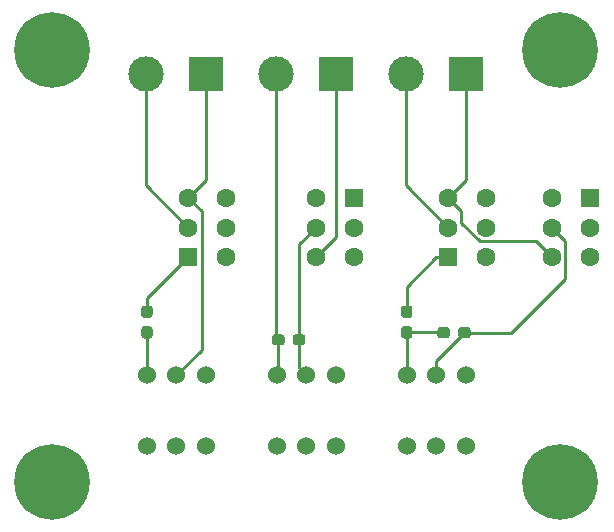
<source format=gbr>
%TF.GenerationSoftware,KiCad,Pcbnew,(5.1.6-0-10_14)*%
%TF.CreationDate,2022-03-19T18:54:14+01:00*%
%TF.ProjectId,EOL,454f4c2e-6b69-4636-9164-5f7063625858,rev?*%
%TF.SameCoordinates,Original*%
%TF.FileFunction,Copper,L1,Top*%
%TF.FilePolarity,Positive*%
%FSLAX46Y46*%
G04 Gerber Fmt 4.6, Leading zero omitted, Abs format (unit mm)*
G04 Created by KiCad (PCBNEW (5.1.6-0-10_14)) date 2022-03-19 18:54:14*
%MOMM*%
%LPD*%
G01*
G04 APERTURE LIST*
%TA.AperFunction,ComponentPad*%
%ADD10C,1.524000*%
%TD*%
%TA.AperFunction,ComponentPad*%
%ADD11C,1.600000*%
%TD*%
%TA.AperFunction,ComponentPad*%
%ADD12R,1.600000X1.600000*%
%TD*%
%TA.AperFunction,ComponentPad*%
%ADD13C,3.000000*%
%TD*%
%TA.AperFunction,ComponentPad*%
%ADD14R,3.000000X3.000000*%
%TD*%
%TA.AperFunction,ComponentPad*%
%ADD15C,0.800000*%
%TD*%
%TA.AperFunction,ComponentPad*%
%ADD16C,6.400000*%
%TD*%
%TA.AperFunction,Conductor*%
%ADD17C,0.250000*%
%TD*%
G04 APERTURE END LIST*
D10*
%TO.P,SW7,6*%
%TO.N,Net-(SW7-Pad6)*%
X28500000Y-50000000D03*
%TO.P,SW7,5*%
%TO.N,Net-(SW7-Pad5)*%
X31000000Y-50000000D03*
%TO.P,SW7,4*%
%TO.N,Net-(SW7-Pad4)*%
X26000000Y-50000000D03*
%TO.P,SW7,1*%
%TO.N,Net-(SW7-Pad1)*%
X31000000Y-44000000D03*
%TO.P,SW7,3*%
%TO.N,IN1*%
X28500000Y-44000000D03*
%TO.P,SW7,2*%
%TO.N,Net-(R3-Pad1)*%
X26000000Y-44000000D03*
%TD*%
D11*
%TO.P,SW3,6*%
%TO.N,Net-(SW3-Pad6)*%
X32700000Y-29000000D03*
%TO.P,SW3,5*%
%TO.N,Net-(SW3-Pad5)*%
X32700000Y-31500000D03*
%TO.P,SW3,4*%
%TO.N,Net-(SW3-Pad4)*%
X32700000Y-34000000D03*
%TO.P,SW3,3*%
%TO.N,IN1*%
X29500000Y-29000000D03*
%TO.P,SW3,2*%
%TO.N,Net-(J1-Pad2)*%
X29500000Y-31500000D03*
D12*
%TO.P,SW3,1*%
%TO.N,Net-(R3-Pad2)*%
X29500000Y-34000000D03*
%TD*%
D10*
%TO.P,SW6,6*%
%TO.N,Net-(SW6-Pad6)*%
X50500000Y-50000000D03*
%TO.P,SW6,5*%
%TO.N,Net-(SW6-Pad5)*%
X53000000Y-50000000D03*
%TO.P,SW6,4*%
%TO.N,Net-(SW6-Pad4)*%
X48000000Y-50000000D03*
%TO.P,SW6,1*%
%TO.N,Net-(SW6-Pad1)*%
X53000000Y-44000000D03*
%TO.P,SW6,3*%
%TO.N,Net-(R4-Pad1)*%
X50500000Y-44000000D03*
%TO.P,SW6,2*%
%TO.N,Net-(R2-Pad1)*%
X48000000Y-44000000D03*
%TD*%
%TO.P,SW5,6*%
%TO.N,Net-(SW5-Pad6)*%
X39500000Y-50000000D03*
%TO.P,SW5,5*%
%TO.N,Net-(SW5-Pad5)*%
X42000000Y-50000000D03*
%TO.P,SW5,4*%
%TO.N,Net-(SW5-Pad4)*%
X37000000Y-50000000D03*
%TO.P,SW5,1*%
%TO.N,Net-(SW5-Pad1)*%
X42000000Y-44000000D03*
%TO.P,SW5,3*%
%TO.N,Net-(R1-Pad1)*%
X39500000Y-44000000D03*
%TO.P,SW5,2*%
%TO.N,Net-(J2-Pad2)*%
X37000000Y-44000000D03*
%TD*%
D11*
%TO.P,SW4,6*%
%TO.N,IN3*%
X60300000Y-34000000D03*
%TO.P,SW4,5*%
%TO.N,Net-(R4-Pad1)*%
X60300000Y-31500000D03*
%TO.P,SW4,4*%
%TO.N,Net-(SW4-Pad4)*%
X60300000Y-29000000D03*
%TO.P,SW4,3*%
%TO.N,Net-(SW4-Pad3)*%
X63500000Y-34000000D03*
%TO.P,SW4,2*%
%TO.N,Net-(SW4-Pad2)*%
X63500000Y-31500000D03*
D12*
%TO.P,SW4,1*%
%TO.N,Net-(SW4-Pad1)*%
X63500000Y-29000000D03*
%TD*%
D11*
%TO.P,SW2,6*%
%TO.N,Net-(SW2-Pad6)*%
X54700000Y-29000000D03*
%TO.P,SW2,5*%
%TO.N,Net-(SW2-Pad5)*%
X54700000Y-31500000D03*
%TO.P,SW2,4*%
%TO.N,Net-(SW2-Pad4)*%
X54700000Y-34000000D03*
%TO.P,SW2,3*%
%TO.N,IN3*%
X51500000Y-29000000D03*
%TO.P,SW2,2*%
%TO.N,Net-(J3-Pad2)*%
X51500000Y-31500000D03*
D12*
%TO.P,SW2,1*%
%TO.N,Net-(R2-Pad2)*%
X51500000Y-34000000D03*
%TD*%
D11*
%TO.P,SW1,6*%
%TO.N,IN2*%
X40300000Y-34000000D03*
%TO.P,SW1,5*%
%TO.N,Net-(R1-Pad1)*%
X40300000Y-31500000D03*
%TO.P,SW1,4*%
%TO.N,Net-(SW1-Pad4)*%
X40300000Y-29000000D03*
%TO.P,SW1,3*%
%TO.N,Net-(SW1-Pad3)*%
X43500000Y-34000000D03*
%TO.P,SW1,2*%
%TO.N,Net-(SW1-Pad2)*%
X43500000Y-31500000D03*
D12*
%TO.P,SW1,1*%
%TO.N,Net-(SW1-Pad1)*%
X43500000Y-29000000D03*
%TD*%
%TO.P,R4,2*%
%TO.N,Net-(R2-Pad1)*%
%TA.AperFunction,SMDPad,CuDef*%
G36*
G01*
X51650000Y-40162500D02*
X51650000Y-40637500D01*
G75*
G02*
X51412500Y-40875000I-237500J0D01*
G01*
X50837500Y-40875000D01*
G75*
G02*
X50600000Y-40637500I0J237500D01*
G01*
X50600000Y-40162500D01*
G75*
G02*
X50837500Y-39925000I237500J0D01*
G01*
X51412500Y-39925000D01*
G75*
G02*
X51650000Y-40162500I0J-237500D01*
G01*
G37*
%TD.AperFunction*%
%TO.P,R4,1*%
%TO.N,Net-(R4-Pad1)*%
%TA.AperFunction,SMDPad,CuDef*%
G36*
G01*
X53400000Y-40162500D02*
X53400000Y-40637500D01*
G75*
G02*
X53162500Y-40875000I-237500J0D01*
G01*
X52587500Y-40875000D01*
G75*
G02*
X52350000Y-40637500I0J237500D01*
G01*
X52350000Y-40162500D01*
G75*
G02*
X52587500Y-39925000I237500J0D01*
G01*
X53162500Y-39925000D01*
G75*
G02*
X53400000Y-40162500I0J-237500D01*
G01*
G37*
%TD.AperFunction*%
%TD*%
%TO.P,R3,2*%
%TO.N,Net-(R3-Pad2)*%
%TA.AperFunction,SMDPad,CuDef*%
G36*
G01*
X26237500Y-39150000D02*
X25762500Y-39150000D01*
G75*
G02*
X25525000Y-38912500I0J237500D01*
G01*
X25525000Y-38337500D01*
G75*
G02*
X25762500Y-38100000I237500J0D01*
G01*
X26237500Y-38100000D01*
G75*
G02*
X26475000Y-38337500I0J-237500D01*
G01*
X26475000Y-38912500D01*
G75*
G02*
X26237500Y-39150000I-237500J0D01*
G01*
G37*
%TD.AperFunction*%
%TO.P,R3,1*%
%TO.N,Net-(R3-Pad1)*%
%TA.AperFunction,SMDPad,CuDef*%
G36*
G01*
X26237500Y-40900000D02*
X25762500Y-40900000D01*
G75*
G02*
X25525000Y-40662500I0J237500D01*
G01*
X25525000Y-40087500D01*
G75*
G02*
X25762500Y-39850000I237500J0D01*
G01*
X26237500Y-39850000D01*
G75*
G02*
X26475000Y-40087500I0J-237500D01*
G01*
X26475000Y-40662500D01*
G75*
G02*
X26237500Y-40900000I-237500J0D01*
G01*
G37*
%TD.AperFunction*%
%TD*%
%TO.P,R2,2*%
%TO.N,Net-(R2-Pad2)*%
%TA.AperFunction,SMDPad,CuDef*%
G36*
G01*
X48237500Y-39150000D02*
X47762500Y-39150000D01*
G75*
G02*
X47525000Y-38912500I0J237500D01*
G01*
X47525000Y-38337500D01*
G75*
G02*
X47762500Y-38100000I237500J0D01*
G01*
X48237500Y-38100000D01*
G75*
G02*
X48475000Y-38337500I0J-237500D01*
G01*
X48475000Y-38912500D01*
G75*
G02*
X48237500Y-39150000I-237500J0D01*
G01*
G37*
%TD.AperFunction*%
%TO.P,R2,1*%
%TO.N,Net-(R2-Pad1)*%
%TA.AperFunction,SMDPad,CuDef*%
G36*
G01*
X48237500Y-40900000D02*
X47762500Y-40900000D01*
G75*
G02*
X47525000Y-40662500I0J237500D01*
G01*
X47525000Y-40087500D01*
G75*
G02*
X47762500Y-39850000I237500J0D01*
G01*
X48237500Y-39850000D01*
G75*
G02*
X48475000Y-40087500I0J-237500D01*
G01*
X48475000Y-40662500D01*
G75*
G02*
X48237500Y-40900000I-237500J0D01*
G01*
G37*
%TD.AperFunction*%
%TD*%
%TO.P,R1,2*%
%TO.N,Net-(J2-Pad2)*%
%TA.AperFunction,SMDPad,CuDef*%
G36*
G01*
X37650000Y-40762500D02*
X37650000Y-41237500D01*
G75*
G02*
X37412500Y-41475000I-237500J0D01*
G01*
X36837500Y-41475000D01*
G75*
G02*
X36600000Y-41237500I0J237500D01*
G01*
X36600000Y-40762500D01*
G75*
G02*
X36837500Y-40525000I237500J0D01*
G01*
X37412500Y-40525000D01*
G75*
G02*
X37650000Y-40762500I0J-237500D01*
G01*
G37*
%TD.AperFunction*%
%TO.P,R1,1*%
%TO.N,Net-(R1-Pad1)*%
%TA.AperFunction,SMDPad,CuDef*%
G36*
G01*
X39400000Y-40762500D02*
X39400000Y-41237500D01*
G75*
G02*
X39162500Y-41475000I-237500J0D01*
G01*
X38587500Y-41475000D01*
G75*
G02*
X38350000Y-41237500I0J237500D01*
G01*
X38350000Y-40762500D01*
G75*
G02*
X38587500Y-40525000I237500J0D01*
G01*
X39162500Y-40525000D01*
G75*
G02*
X39400000Y-40762500I0J-237500D01*
G01*
G37*
%TD.AperFunction*%
%TD*%
D13*
%TO.P,J3,2*%
%TO.N,Net-(J3-Pad2)*%
X47920000Y-18500000D03*
D14*
%TO.P,J3,1*%
%TO.N,IN3*%
X53000000Y-18500000D03*
%TD*%
D13*
%TO.P,J2,2*%
%TO.N,Net-(J2-Pad2)*%
X36920000Y-18500000D03*
D14*
%TO.P,J2,1*%
%TO.N,IN2*%
X42000000Y-18500000D03*
%TD*%
D13*
%TO.P,J1,2*%
%TO.N,Net-(J1-Pad2)*%
X25920000Y-18500000D03*
D14*
%TO.P,J1,1*%
%TO.N,IN1*%
X31000000Y-18500000D03*
%TD*%
D15*
%TO.P,H4,1*%
%TO.N,N/C*%
X62697056Y-51302944D03*
X61000000Y-50600000D03*
X59302944Y-51302944D03*
X58600000Y-53000000D03*
X59302944Y-54697056D03*
X61000000Y-55400000D03*
X62697056Y-54697056D03*
X63400000Y-53000000D03*
D16*
X61000000Y-53000000D03*
%TD*%
D15*
%TO.P,H3,1*%
%TO.N,N/C*%
X19697056Y-14802944D03*
X18000000Y-14100000D03*
X16302944Y-14802944D03*
X15600000Y-16500000D03*
X16302944Y-18197056D03*
X18000000Y-18900000D03*
X19697056Y-18197056D03*
X20400000Y-16500000D03*
D16*
X18000000Y-16500000D03*
%TD*%
D15*
%TO.P,H2,1*%
%TO.N,N/C*%
X62697056Y-14802944D03*
X61000000Y-14100000D03*
X59302944Y-14802944D03*
X58600000Y-16500000D03*
X59302944Y-18197056D03*
X61000000Y-18900000D03*
X62697056Y-18197056D03*
X63400000Y-16500000D03*
D16*
X61000000Y-16500000D03*
%TD*%
D15*
%TO.P,H1,1*%
%TO.N,N/C*%
X19697056Y-51302944D03*
X18000000Y-50600000D03*
X16302944Y-51302944D03*
X15600000Y-53000000D03*
X16302944Y-54697056D03*
X18000000Y-55400000D03*
X19697056Y-54697056D03*
X20400000Y-53000000D03*
D16*
X18000000Y-53000000D03*
%TD*%
D17*
%TO.N,Net-(J1-Pad2)*%
X25920000Y-27920000D02*
X29500000Y-31500000D01*
X25920000Y-18500000D02*
X25920000Y-27920000D01*
%TO.N,IN1*%
X31000000Y-27500000D02*
X29500000Y-29000000D01*
X31000000Y-18500000D02*
X31000000Y-27500000D01*
X30625001Y-41874999D02*
X28500000Y-44000000D01*
X30625001Y-30125001D02*
X30625001Y-41874999D01*
X29500000Y-29000000D02*
X30625001Y-30125001D01*
%TO.N,Net-(J2-Pad2)*%
X36920000Y-40795000D02*
X37125000Y-41000000D01*
X36920000Y-18500000D02*
X36920000Y-40795000D01*
X37125000Y-43875000D02*
X37000000Y-44000000D01*
X37125000Y-41000000D02*
X37125000Y-43875000D01*
%TO.N,IN2*%
X42000000Y-32300000D02*
X42000000Y-18500000D01*
X40300000Y-34000000D02*
X42000000Y-32300000D01*
%TO.N,Net-(J3-Pad2)*%
X47920000Y-27920000D02*
X51500000Y-31500000D01*
X47920000Y-18500000D02*
X47920000Y-27920000D01*
%TO.N,IN3*%
X52625001Y-31090003D02*
X52625001Y-30125001D01*
X52625001Y-30125001D02*
X51500000Y-29000000D01*
X54159999Y-32625001D02*
X52625001Y-31090003D01*
X58925001Y-32625001D02*
X54159999Y-32625001D01*
X60300000Y-34000000D02*
X58925001Y-32625001D01*
X53000000Y-27500000D02*
X51500000Y-29000000D01*
X53000000Y-18500000D02*
X53000000Y-27500000D01*
%TO.N,Net-(R1-Pad1)*%
X38875000Y-32925000D02*
X38875000Y-41000000D01*
X40300000Y-31500000D02*
X38875000Y-32925000D01*
X38875000Y-43375000D02*
X39500000Y-44000000D01*
X38875000Y-41000000D02*
X38875000Y-43375000D01*
%TO.N,Net-(R2-Pad2)*%
X51500000Y-34000000D02*
X50500000Y-34000000D01*
X48000000Y-36500000D02*
X48000000Y-38625000D01*
X50500000Y-34000000D02*
X48000000Y-36500000D01*
%TO.N,Net-(R2-Pad1)*%
X48000000Y-40375000D02*
X48000000Y-44000000D01*
X51100000Y-40375000D02*
X51125000Y-40400000D01*
X48000000Y-40375000D02*
X51100000Y-40375000D01*
%TO.N,Net-(R3-Pad2)*%
X26000000Y-37500000D02*
X29500000Y-34000000D01*
X26000000Y-38625000D02*
X26000000Y-37500000D01*
%TO.N,Net-(R3-Pad1)*%
X26000000Y-44000000D02*
X26000000Y-40375000D01*
%TO.N,Net-(R4-Pad1)*%
X56850000Y-40400000D02*
X52875000Y-40400000D01*
X61425001Y-35824999D02*
X56850000Y-40400000D01*
X61425001Y-32625001D02*
X61425001Y-35824999D01*
X60300000Y-31500000D02*
X61425001Y-32625001D01*
X50500000Y-42775000D02*
X52875000Y-40400000D01*
X50500000Y-44000000D02*
X50500000Y-42775000D01*
%TD*%
M02*

</source>
